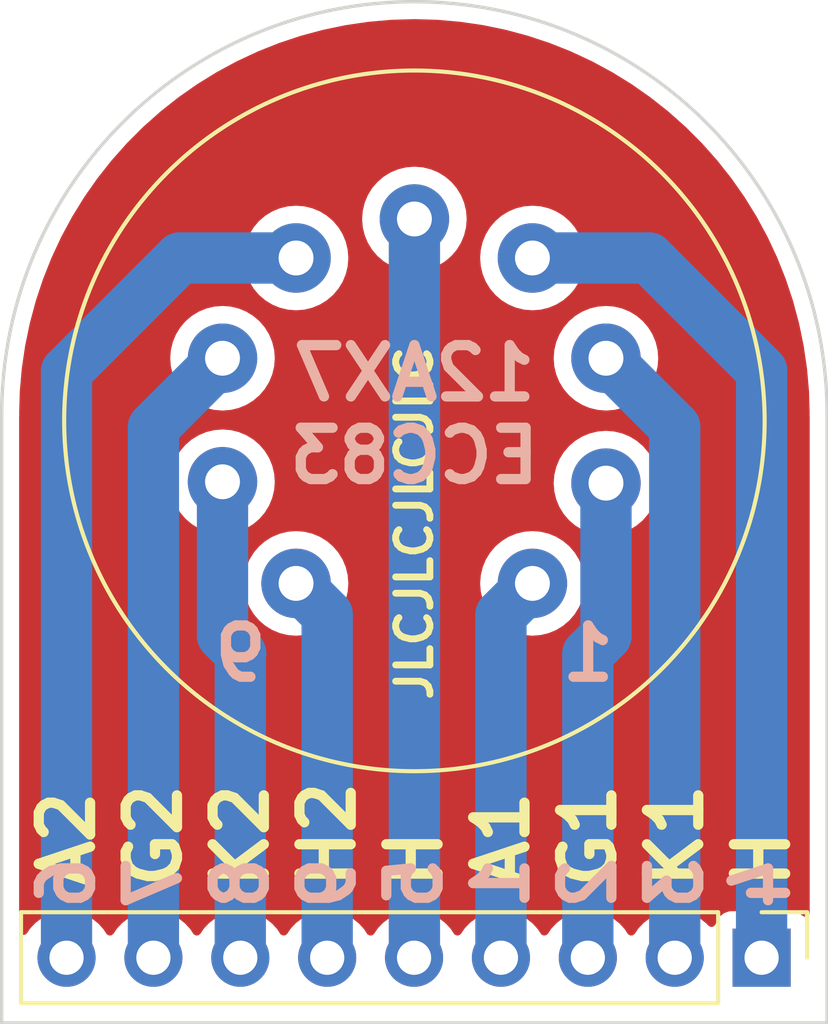
<source format=kicad_pcb>
(kicad_pcb (version 20211014) (generator pcbnew)
  (layers (0 "F.Cu" signal) (31 "B.Cu" signal) (34 "B.Paste" user) (35 "F.Paste" user) (36 "B.SilkS" user "B.Silkscreen") (37 "F.SilkS" user "F.Silkscreen") (38 "B.Mask" user) (39 "F.Mask" user) (44 "Edge.Cuts" user))
  (net 0 "")
  (net 1 "/A1")
  (net 2 "/G1")
  (net 3 "/K1")
  (net 4 "/H1")
  (net 5 "/H2")
  (net 6 "/A2")
  (net 7 "/G2")
  (net 8 "/K2")
  (net 9 "/H3")
  (footprint "Valve:Valve_ECC-83-1" (layer "F.Cu") (at 163.47 98.28)
    (fp_text reference "U1" hide)
    (fp_text value "ECC83" hide)
    (fp_circle (center -3.45 -4.75) (end 6.71 -3.48) (layer "F.SilkS") (width 0.12) (fill none))
    (pad "1" thru_hole circle (at 0 0) (size 2.03 2.03) (drill 1.02) (layers *.Cu *.Mask) (net 1 "/A1"))
    (pad "2" thru_hole circle (at 2.15 -2.93) (size 2.03 2.03) (drill 1.02) (layers *.Cu *.Mask) (net 2 "/G1"))
    (pad "3" thru_hole circle (at 2.15 -6.58) (size 2.03 2.03) (drill 1.02) (layers *.Cu *.Mask) (net 3 "/K1"))
    (pad "4" thru_hole circle (at 0 -9.51) (size 2.03 2.03) (drill 1.02) (layers *.Cu *.Mask) (net 4 "/H1"))
    (pad "5" thru_hole circle (at -3.45 -10.65) (size 2.03 2.03) (drill 1.02) (layers *.Cu *.Mask) (net 9 "/H3"))
    (pad "6" thru_hole circle (at -6.91 -9.51) (size 2.03 2.03) (drill 1.02) (layers *.Cu *.Mask) (net 6 "/A2"))
    (pad "7" thru_hole circle (at -9.06 -6.58) (size 2.03 2.03) (drill 1.02) (layers *.Cu *.Mask) (net 7 "/G2"))
    (pad "8" thru_hole circle (at -9.06 -2.97) (size 2.03 2.03) (drill 1.02) (layers *.Cu *.Mask) (net 8 "/K2"))
    (pad "9" thru_hole circle (at -6.91 0) (size 2.03 2.03) (drill 1.02) (layers *.Cu *.Mask) (net 5 "/H2"))
  )
  (footprint "Connector_PinHeader_2.54mm:PinHeader_1x09_P2.54mm_Vertical" (layer "F.Cu") (at 170.17 109.22 -90)
    (fp_text reference "J1" hide)
    (fp_text value "Conn_01x09" hide)
    (fp_line (start -1.33 1.27) (end 1.33 1.27) (layer "F.SilkS") (width 0.12))
    (fp_line (start -1.33 21.65) (end 1.33 21.65) (layer "F.SilkS") (width 0.12))
    (fp_line (start -1.33 0) (end -1.33 -1.33) (layer "F.SilkS") (width 0.12))
    (fp_line (start -1.33 1.27) (end -1.33 21.65) (layer "F.SilkS") (width 0.12))
    (fp_line (start -1.33 -1.33) (end 0 -1.33) (layer "F.SilkS") (width 0.12))
    (fp_line (start 1.33 1.27) (end 1.33 21.65) (layer "F.SilkS") (width 0.12))
    (pad "1" thru_hole rect (at 0 0 270) (size 1.7 1.7) (drill 1) (layers *.Cu *.Mask) (net 4 "/H1"))
    (pad "2" thru_hole oval (at 0 2.54 270) (size 1.7 1.7) (drill 1) (layers *.Cu *.Mask) (net 3 "/K1"))
    (pad "3" thru_hole oval (at 0 5.08 270) (size 1.7 1.7) (drill 1) (layers *.Cu *.Mask) (net 2 "/G1"))
    (pad "4" thru_hole oval (at 0 7.62 270) (size 1.7 1.7) (drill 1) (layers *.Cu *.Mask) (net 1 "/A1"))
    (pad "5" thru_hole oval (at 0 10.16 270) (size 1.7 1.7) (drill 1) (layers *.Cu *.Mask) (net 9 "/H3"))
    (pad "6" thru_hole oval (at 0 12.7 270) (size 1.7 1.7) (drill 1) (layers *.Cu *.Mask) (net 5 "/H2"))
    (pad "7" thru_hole oval (at 0 15.24 270) (size 1.7 1.7) (drill 1) (layers *.Cu *.Mask) (net 8 "/K2"))
    (pad "8" thru_hole oval (at 0 17.78 270) (size 1.7 1.7) (drill 1) (layers *.Cu *.Mask) (net 7 "/G2"))
    (pad "9" thru_hole oval (at 0 20.32 270) (size 1.7 1.7) (drill 1) (layers *.Cu *.Mask) (net 6 "/A2"))
  )
  (gr_arc (start 147.955 93.345) (mid 160.02 81.28) (end 172.085 93.345) (layer "Edge.Cuts") (width 0.1))
  (gr_line (start 147.955 93.345) (end 147.955 111.125) (layer "Edge.Cuts") (width 0.1))
  (gr_line (start 172.085 111.125) (end 172.085 93.345) (layer "Edge.Cuts") (width 0.1))
  (gr_line (start 147.955 111.125) (end 172.085 111.125) (layer "Edge.Cuts") (width 0.1))
  (gr_text "9" (at 157.48 107.95 90) (layer "B.SilkS") (effects (font (size 1.5 1.5) (thickness 0.3)) (justify right mirror)))
  (gr_text "9" (at 154.94 100.33) (layer "B.SilkS") (effects (font (size 1.5 1.5) (thickness 0.3)) (justify mirror)))
  (gr_text "2" (at 165.1 107.95 90) (layer "B.SilkS") (effects (font (size 1.5 1.5) (thickness 0.3)) (justify right mirror)))
  (gr_text "6" (at 149.86 107.95 90) (layer "B.SilkS") (effects (font (size 1.5 1.5) (thickness 0.3)) (justify right mirror)))
  (gr_text "8" (at 154.94 107.95 90) (layer "B.SilkS") (effects (font (size 1.5 1.5) (thickness 0.3)) (justify right mirror)))
  (gr_text "1" (at 162.56 107.95 90) (layer "B.SilkS") (effects (font (size 1.5 1.5) (thickness 0.3)) (justify right mirror)))
  (gr_text "5" (at 160.02 107.95 90) (layer "B.SilkS") (effects (font (size 1.5 1.5) (thickness 0.3)) (justify right mirror)))
  (gr_text "7" (at 152.4 107.95 90) (layer "B.SilkS") (effects (font (size 1.5 1.5) (thickness 0.3)) (justify right mirror)))
  (gr_text "3" (at 167.64 107.95 90) (layer "B.SilkS") (effects (font (size 1.5 1.5) (thickness 0.3)) (justify right mirror)))
  (gr_text "12AX7\nECC83" (at 160.02 93.345) (layer "B.SilkS") (effects (font (size 1.5 1.5) (thickness 0.3)) (justify mirror)))
  (gr_text "1" (at 165.1 100.33) (layer "B.SilkS") (effects (font (size 1.5 1.5) (thickness 0.3)) (justify mirror)))
  (gr_text "4" (at 170.18 107.95 90) (layer "B.SilkS") (effects (font (size 1.5 1.5) (thickness 0.3)) (justify right mirror)))
  (gr_text "JLCJLCJLCJLC" (at 160.02 96.52 90) (layer "F.SilkS") (effects (font (size 1 1) (thickness 0.2))))
  (gr_text "G1" (at 165.1 107.315 90) (layer "F.SilkS") (effects (font (size 1.5 1.5) (thickness 0.3)) (justify left)))
  (gr_text "G2" (at 152.4 107.315 90) (layer "F.SilkS") (effects (font (size 1.5 1.5) (thickness 0.3)) (justify left)))
  (gr_text "H" (at 170.18 107.315 90) (layer "F.SilkS") (effects (font (size 1.5 1.5) (thickness 0.3)) (justify left)))
  (gr_text "H2" (at 157.48 107.315 90) (layer "F.SilkS") (effects (font (size 1.5 1.5) (thickness 0.3)) (justify left)))
  (gr_text "K1" (at 167.64 107.315 90) (layer "F.SilkS") (effects (font (size 1.5 1.5) (thickness 0.3)) (justify left)))
  (gr_text "A2" (at 149.86 107.315 90) (layer "F.SilkS") (effects (font (size 1.5 1.5) (thickness 0.3)) (justify left)))
  (gr_text "A1" (at 162.56 107.315 90) (layer "F.SilkS") (effects (font (size 1.5 1.5) (thickness 0.3)) (justify left)))
  (gr_text "K2" (at 154.94 107.315 90) (layer "F.SilkS") (effects (font (size 1.5 1.5) (thickness 0.3)) (justify left)))
  (gr_text "H" (at 160.02 107.315 90) (layer "F.SilkS") (effects (font (size 1.5 1.5) (thickness 0.3)) (justify left)))
  (segment (start 162.55 99.2) (end 163.47 98.28) (width 1.5) (layer "B.Cu") (net 1))
  (segment (start 162.55 109.22) (end 162.55 99.2) (width 1.5) (layer "B.Cu") (net 1))
  (segment (start 165.62 99.81) (end 165.09 100.34) (width 1.5) (layer "B.Cu") (net 2))
  (segment (start 165.62 95.35) (end 165.62 99.81) (width 1.5) (layer "B.Cu") (net 2))
  (segment (start 165.09 100.34) (end 165.09 109.22) (width 1.5) (layer "B.Cu") (net 2))
  (segment (start 167.63 93.71) (end 165.62 91.7) (width 1.5) (layer "B.Cu") (net 3))
  (segment (start 167.63 109.22) (end 167.63 93.71) (width 1.5) (layer "B.Cu") (net 3))
  (segment (start 170.17 109.22) (end 170.17 92.065) (width 1.5) (layer "B.Cu") (net 4))
  (segment (start 170.17 92.065) (end 166.875 88.77) (width 1.5) (layer "B.Cu") (net 4))
  (segment (start 166.875 88.77) (end 163.47 88.77) (width 1.5) (layer "B.Cu") (net 4))
  (segment (start 157.47 109.22) (end 157.47 99.19) (width 1.5) (layer "B.Cu") (net 5))
  (segment (start 157.47 99.19) (end 156.56 98.28) (width 1.5) (layer "B.Cu") (net 5))
  (segment (start 149.85 92.085) (end 153.165 88.77) (width 1.5) (layer "B.Cu") (net 6))
  (segment (start 153.165 88.77) (end 156.56 88.77) (width 1.5) (layer "B.Cu") (net 6))
  (segment (start 149.85 109.22) (end 149.85 92.085) (width 1.5) (layer "B.Cu") (net 6))
  (segment (start 152.39 93.72) (end 154.41 91.7) (width 1.5) (layer "B.Cu") (net 7))
  (segment (start 152.39 109.22) (end 152.39 93.72) (width 1.5) (layer "B.Cu") (net 7))
  (segment (start 154.41 95.31) (end 154.41 99.8) (width 1.5) (layer "B.Cu") (net 8))
  (segment (start 154.93 100.34) (end 154.93 109.22) (width 1.5) (layer "B.Cu") (net 8))
  (segment (start 154.94 100.33) (end 154.93 100.34) (width 1.5) (layer "B.Cu") (net 8))
  (segment (start 154.41 99.8) (end 154.94 100.33) (width 1.5) (layer "B.Cu") (net 8))
  (segment (start 160.02 87.63) (end 160.02 109.21) (width 1.5) (layer "B.Cu") (net 9))
  (segment (start 160.02 109.21) (end 160.01 109.22) (width 1.5) (layer "B.Cu") (net 9))
  (zone (net 0) (net_name "") (layer "F.Cu") (connect_pads (clearance 0.508)) (min_thickness 0.254) (fill yes (thermal_gap 0.508) (thermal_bridge_width 0.508))
    (polygon (pts (xy 172.085 109.22) (xy 147.955 109.22) (xy 147.955 81.28) (xy 172.085 81.28)))
  )
)
</source>
